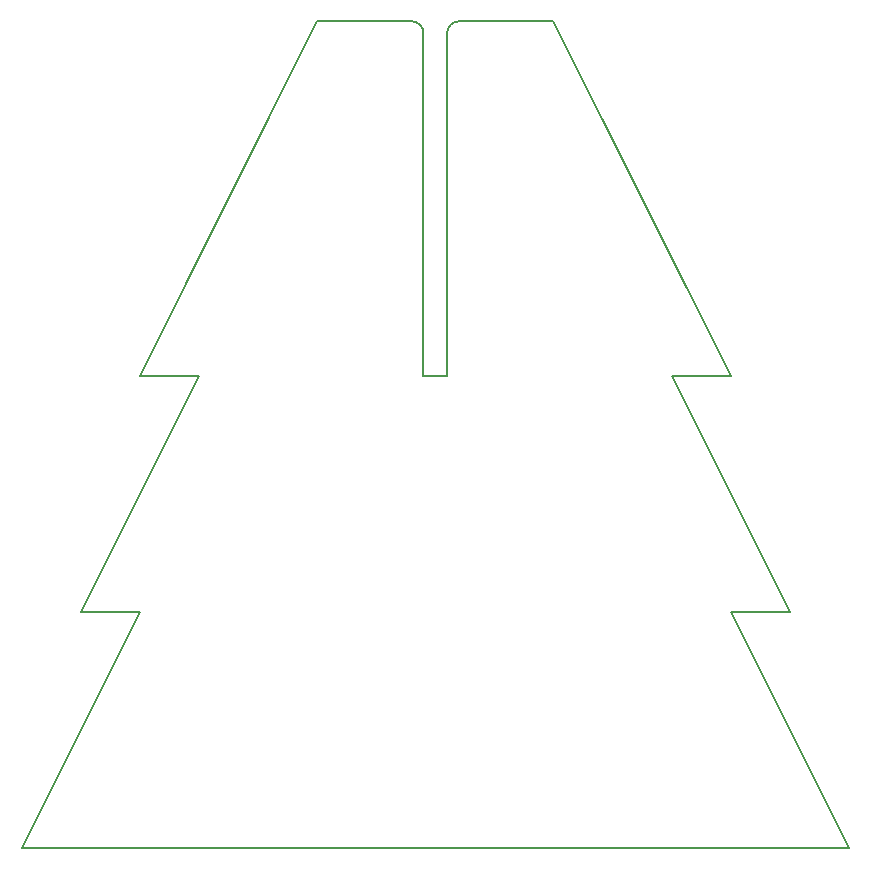
<source format=gm1>
G04 #@! TF.FileFunction,Profile,NP*
%FSLAX46Y46*%
G04 Gerber Fmt 4.6, Leading zero omitted, Abs format (unit mm)*
G04 Created by KiCad (PCBNEW 4.0.0-rc1-stable) date 15/10/2016 23:43:45*
%MOMM*%
G01*
G04 APERTURE LIST*
%ADD10C,0.100000*%
%ADD11C,0.200000*%
G04 APERTURE END LIST*
D10*
D11*
X116000000Y-55900000D02*
G75*
G03X115000000Y-54900000I-1000000J0D01*
G01*
X119000000Y-54900000D02*
G75*
G03X118000000Y-55900000I0J-1000000D01*
G01*
X115000000Y-54900000D02*
X107000000Y-54900000D01*
X127000000Y-54900000D02*
X119000000Y-54900000D01*
X116000000Y-84900000D02*
X117000000Y-84900000D01*
X116000000Y-55900000D02*
X116000000Y-84900000D01*
X118000000Y-84900000D02*
X118000000Y-55900000D01*
X117000000Y-84900000D02*
X118000000Y-84900000D01*
X142000000Y-104900000D02*
X152000000Y-124900000D01*
X147000000Y-104900000D02*
X142000000Y-104900000D01*
X137000000Y-84900000D02*
X147000000Y-104900000D01*
X142000000Y-84900000D02*
X137000000Y-84900000D01*
X127000000Y-54900000D02*
X142000000Y-84900000D01*
X92000000Y-84900000D02*
X107000000Y-54900000D01*
X97000000Y-84900000D02*
X92000000Y-84900000D01*
X87000000Y-104900000D02*
X97000000Y-84900000D01*
X92000000Y-104900000D02*
X87000000Y-104900000D01*
X82000000Y-124900000D02*
X92000000Y-104900000D01*
X82000000Y-124900000D02*
X152000000Y-124900000D01*
M02*

</source>
